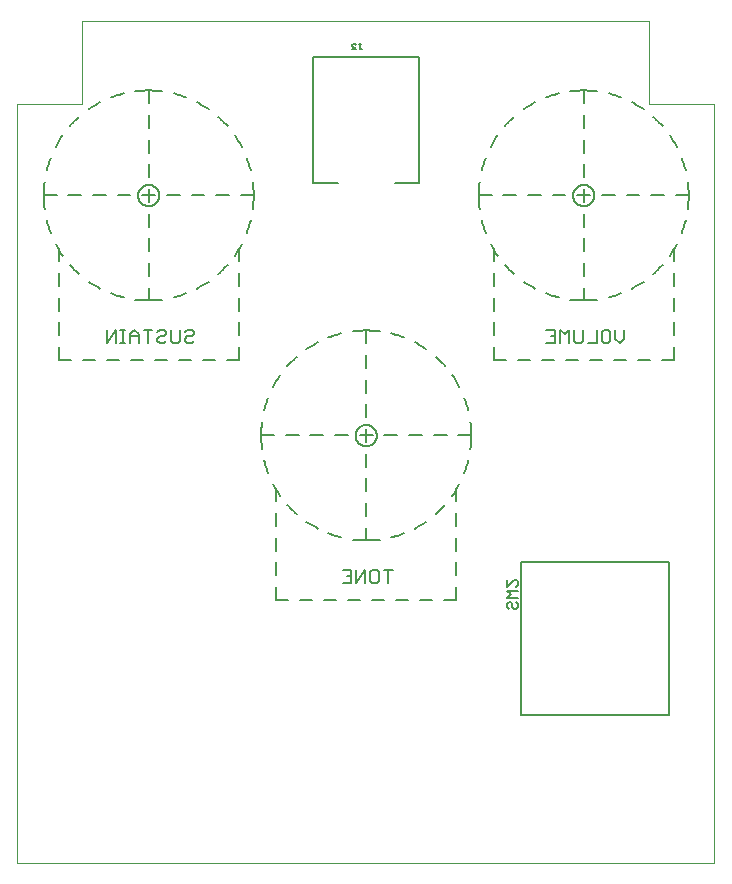
<source format=gbo>
G75*
%MOIN*%
%OFA0B0*%
%FSLAX25Y25*%
%IPPOS*%
%LPD*%
%AMOC8*
5,1,8,0,0,1.08239X$1,22.5*
%
%ADD10C,0.00500*%
%ADD11C,0.00600*%
%ADD12C,0.00000*%
%ADD13C,0.00800*%
D10*
X0091250Y0090498D02*
X0095305Y0090498D01*
X0091250Y0090498D02*
X0091250Y0094836D01*
X0091250Y0098773D02*
X0091250Y0103111D01*
X0091250Y0107048D02*
X0091250Y0111386D01*
X0091250Y0115323D02*
X0091250Y0119661D01*
X0091250Y0123598D02*
X0091250Y0127935D01*
X0090528Y0145435D02*
X0086250Y0145435D01*
X0094465Y0145435D02*
X0098743Y0145435D01*
X0102680Y0145435D02*
X0106959Y0145435D01*
X0110896Y0145435D02*
X0115174Y0145435D01*
X0119111Y0145435D02*
X0123389Y0145435D01*
X0155243Y0153771D02*
X0155057Y0154494D01*
X0154857Y0155213D01*
X0154640Y0155928D01*
X0154409Y0156638D01*
X0154163Y0157343D01*
X0153901Y0158042D01*
X0163750Y0170498D02*
X0167805Y0170498D01*
X0171742Y0170498D02*
X0175797Y0170498D01*
X0179734Y0170498D02*
X0183789Y0170498D01*
X0187726Y0170498D02*
X0191781Y0170498D01*
X0195719Y0170498D02*
X0199774Y0170498D01*
X0203711Y0170498D02*
X0207766Y0170498D01*
X0211703Y0170498D02*
X0215758Y0170498D01*
X0219695Y0170498D02*
X0223750Y0170498D01*
X0223750Y0174836D01*
X0223750Y0178773D02*
X0223750Y0183111D01*
X0223750Y0187048D02*
X0223750Y0191386D01*
X0223750Y0195323D02*
X0223750Y0199661D01*
X0223750Y0203598D02*
X0223750Y0207935D01*
X0224472Y0225435D02*
X0228750Y0225435D01*
X0220535Y0225435D02*
X0216257Y0225435D01*
X0212320Y0225435D02*
X0208041Y0225435D01*
X0204104Y0225435D02*
X0199826Y0225435D01*
X0195889Y0225435D02*
X0191611Y0225435D01*
X0159757Y0233771D02*
X0159943Y0234494D01*
X0160143Y0235213D01*
X0160360Y0235928D01*
X0160591Y0236638D01*
X0160837Y0237343D01*
X0161099Y0238042D01*
X0163028Y0225435D02*
X0158750Y0225435D01*
X0166965Y0225435D02*
X0171243Y0225435D01*
X0175180Y0225435D02*
X0179459Y0225435D01*
X0183396Y0225435D02*
X0187674Y0225435D01*
X0167469Y0248551D02*
X0167968Y0249107D01*
X0168479Y0249651D01*
X0169001Y0250185D01*
X0169535Y0250707D01*
X0170079Y0251218D01*
X0170635Y0251717D01*
X0193750Y0252220D02*
X0193750Y0247942D01*
X0193750Y0244005D02*
X0193750Y0239727D01*
X0193750Y0235790D02*
X0193750Y0231512D01*
X0193750Y0227575D02*
X0193750Y0223296D01*
X0185414Y0191442D02*
X0184691Y0191628D01*
X0183972Y0191829D01*
X0183258Y0192045D01*
X0182548Y0192276D01*
X0181843Y0192523D01*
X0181144Y0192784D01*
X0193750Y0194714D02*
X0193750Y0190435D01*
X0193750Y0198651D02*
X0193750Y0202929D01*
X0193750Y0206866D02*
X0193750Y0211144D01*
X0193750Y0215081D02*
X0193750Y0219359D01*
X0202086Y0191442D02*
X0202809Y0191628D01*
X0203528Y0191829D01*
X0204242Y0192045D01*
X0204952Y0192276D01*
X0205657Y0192523D01*
X0206356Y0192784D01*
X0165041Y0205416D02*
X0164620Y0206033D01*
X0164213Y0206658D01*
X0163819Y0207292D01*
X0163439Y0207935D01*
X0163073Y0208585D01*
X0162720Y0209244D01*
X0163750Y0207935D02*
X0163750Y0203598D01*
X0163750Y0199661D02*
X0163750Y0195323D01*
X0163750Y0191386D02*
X0163750Y0187048D01*
X0163750Y0183111D02*
X0163750Y0178773D01*
X0163750Y0174836D02*
X0163750Y0170498D01*
X0156250Y0145435D02*
X0151972Y0145435D01*
X0148035Y0145435D02*
X0143757Y0145435D01*
X0139820Y0145435D02*
X0135541Y0145435D01*
X0131604Y0145435D02*
X0127326Y0145435D01*
X0147531Y0168551D02*
X0147032Y0169107D01*
X0146521Y0169651D01*
X0145999Y0170185D01*
X0145465Y0170707D01*
X0144921Y0171218D01*
X0144365Y0171717D01*
X0121250Y0172220D02*
X0121250Y0167942D01*
X0121250Y0164005D02*
X0121250Y0159727D01*
X0121250Y0155790D02*
X0121250Y0151512D01*
X0121250Y0147575D02*
X0121250Y0143296D01*
X0112914Y0111442D02*
X0112191Y0111628D01*
X0111472Y0111829D01*
X0110758Y0112045D01*
X0110048Y0112276D01*
X0109343Y0112523D01*
X0108644Y0112784D01*
X0121250Y0114714D02*
X0121250Y0110435D01*
X0121250Y0118651D02*
X0121250Y0122929D01*
X0121250Y0126866D02*
X0121250Y0131144D01*
X0121250Y0135081D02*
X0121250Y0139359D01*
X0129586Y0111442D02*
X0130309Y0111628D01*
X0131028Y0111829D01*
X0131742Y0112045D01*
X0132452Y0112276D01*
X0133157Y0112523D01*
X0133856Y0112784D01*
X0135266Y0090498D02*
X0131211Y0090498D01*
X0127274Y0090498D02*
X0123219Y0090498D01*
X0119281Y0090498D02*
X0115226Y0090498D01*
X0111289Y0090498D02*
X0107234Y0090498D01*
X0103297Y0090498D02*
X0099242Y0090498D01*
X0139203Y0090498D02*
X0143258Y0090498D01*
X0147195Y0090498D02*
X0151250Y0090498D01*
X0151250Y0094836D01*
X0151250Y0098773D02*
X0151250Y0103111D01*
X0151250Y0107048D02*
X0151250Y0111386D01*
X0151250Y0115323D02*
X0151250Y0119661D01*
X0151250Y0123598D02*
X0151250Y0127935D01*
X0172872Y0103119D02*
X0222085Y0103119D01*
X0222085Y0052187D01*
X0172872Y0052187D01*
X0172872Y0103119D01*
X0171169Y0097362D02*
X0171753Y0096778D01*
X0171753Y0095611D01*
X0171169Y0095027D01*
X0171753Y0093679D02*
X0168250Y0093679D01*
X0169418Y0092512D01*
X0168250Y0091344D01*
X0171753Y0091344D01*
X0171169Y0089996D02*
X0171753Y0089412D01*
X0171753Y0088245D01*
X0171169Y0087661D01*
X0170585Y0087661D01*
X0170001Y0088245D01*
X0170001Y0089412D01*
X0169418Y0089996D01*
X0168834Y0089996D01*
X0168250Y0089412D01*
X0168250Y0088245D01*
X0168834Y0087661D01*
X0168250Y0095027D02*
X0170585Y0097362D01*
X0171169Y0097362D01*
X0168250Y0097362D02*
X0168250Y0095027D01*
X0092541Y0125416D02*
X0092120Y0126033D01*
X0091713Y0126658D01*
X0091319Y0127292D01*
X0090939Y0127935D01*
X0090573Y0128585D01*
X0090220Y0129244D01*
X0087257Y0153771D02*
X0087443Y0154494D01*
X0087643Y0155213D01*
X0087860Y0155928D01*
X0088091Y0156638D01*
X0088337Y0157343D01*
X0088599Y0158042D01*
X0078750Y0170498D02*
X0074695Y0170498D01*
X0078750Y0170498D02*
X0078750Y0174836D01*
X0078750Y0178773D02*
X0078750Y0183111D01*
X0078750Y0187048D02*
X0078750Y0191386D01*
X0078750Y0195323D02*
X0078750Y0199661D01*
X0078750Y0203598D02*
X0078750Y0207935D01*
X0079472Y0225435D02*
X0083750Y0225435D01*
X0075535Y0225435D02*
X0071257Y0225435D01*
X0067320Y0225435D02*
X0063041Y0225435D01*
X0059104Y0225435D02*
X0054826Y0225435D01*
X0050889Y0225435D02*
X0046611Y0225435D01*
X0014757Y0233771D02*
X0014943Y0234494D01*
X0015143Y0235213D01*
X0015360Y0235928D01*
X0015591Y0236638D01*
X0015837Y0237343D01*
X0016099Y0238042D01*
X0018028Y0225435D02*
X0013750Y0225435D01*
X0021965Y0225435D02*
X0026243Y0225435D01*
X0030180Y0225435D02*
X0034459Y0225435D01*
X0038396Y0225435D02*
X0042674Y0225435D01*
X0022469Y0248551D02*
X0022968Y0249107D01*
X0023479Y0249651D01*
X0024001Y0250185D01*
X0024535Y0250707D01*
X0025079Y0251218D01*
X0025635Y0251717D01*
X0048750Y0252220D02*
X0048750Y0247942D01*
X0048750Y0244005D02*
X0048750Y0239727D01*
X0048750Y0235790D02*
X0048750Y0231512D01*
X0048750Y0227575D02*
X0048750Y0223296D01*
X0040414Y0191442D02*
X0039691Y0191628D01*
X0038972Y0191829D01*
X0038258Y0192045D01*
X0037548Y0192276D01*
X0036843Y0192523D01*
X0036144Y0192784D01*
X0048750Y0194714D02*
X0048750Y0190435D01*
X0048750Y0198651D02*
X0048750Y0202929D01*
X0048750Y0206866D02*
X0048750Y0211144D01*
X0048750Y0215081D02*
X0048750Y0219359D01*
X0057086Y0191442D02*
X0057809Y0191628D01*
X0058528Y0191829D01*
X0059242Y0192045D01*
X0059952Y0192276D01*
X0060657Y0192523D01*
X0061356Y0192784D01*
X0062766Y0170498D02*
X0058711Y0170498D01*
X0054774Y0170498D02*
X0050719Y0170498D01*
X0046781Y0170498D02*
X0042726Y0170498D01*
X0038789Y0170498D02*
X0034734Y0170498D01*
X0030797Y0170498D02*
X0026742Y0170498D01*
X0022805Y0170498D02*
X0018750Y0170498D01*
X0018750Y0174836D01*
X0018750Y0178773D02*
X0018750Y0183111D01*
X0018750Y0187048D02*
X0018750Y0191386D01*
X0018750Y0195323D02*
X0018750Y0199661D01*
X0018750Y0203598D02*
X0018750Y0207935D01*
X0017720Y0241627D02*
X0018073Y0242285D01*
X0018439Y0242936D01*
X0018819Y0243578D01*
X0019213Y0244213D01*
X0019620Y0244838D01*
X0020041Y0245455D01*
X0048750Y0256157D02*
X0048750Y0260435D01*
X0057085Y0259429D02*
X0057808Y0259243D01*
X0058527Y0259043D01*
X0059242Y0258826D01*
X0059952Y0258595D01*
X0060657Y0258349D01*
X0061356Y0258087D01*
X0071865Y0251717D02*
X0072421Y0251218D01*
X0072965Y0250707D01*
X0073499Y0250185D01*
X0074021Y0249651D01*
X0074532Y0249107D01*
X0075031Y0248551D01*
X0081401Y0238042D02*
X0081663Y0237343D01*
X0081909Y0236638D01*
X0082140Y0235928D01*
X0082357Y0235213D01*
X0082557Y0234494D01*
X0082743Y0233771D01*
X0083464Y0229903D02*
X0083551Y0229161D01*
X0083623Y0228418D01*
X0083678Y0227674D01*
X0083718Y0226928D01*
X0083742Y0226182D01*
X0083750Y0225436D01*
X0079780Y0241627D02*
X0079427Y0242285D01*
X0079061Y0242936D01*
X0078681Y0243578D01*
X0078287Y0244213D01*
X0077880Y0244838D01*
X0077459Y0245455D01*
X0053217Y0260150D02*
X0052475Y0260237D01*
X0051732Y0260309D01*
X0050988Y0260364D01*
X0050242Y0260404D01*
X0049496Y0260428D01*
X0048750Y0260436D01*
X0040415Y0259429D02*
X0039692Y0259243D01*
X0038973Y0259043D01*
X0038258Y0258826D01*
X0037548Y0258595D01*
X0036843Y0258349D01*
X0036144Y0258087D01*
X0044283Y0260150D02*
X0045025Y0260237D01*
X0045768Y0260309D01*
X0046512Y0260364D01*
X0047258Y0260404D01*
X0048004Y0260428D01*
X0048750Y0260436D01*
X0064941Y0256466D02*
X0065599Y0256113D01*
X0066250Y0255747D01*
X0066892Y0255367D01*
X0067527Y0254973D01*
X0068152Y0254566D01*
X0068769Y0254145D01*
X0032559Y0256466D02*
X0031901Y0256113D01*
X0031250Y0255747D01*
X0030608Y0255367D01*
X0029973Y0254973D01*
X0029348Y0254566D01*
X0028731Y0254145D01*
X0014036Y0229903D02*
X0013949Y0229161D01*
X0013877Y0228418D01*
X0013822Y0227674D01*
X0013782Y0226928D01*
X0013758Y0226182D01*
X0013750Y0225436D01*
X0048750Y0190435D02*
X0049497Y0190443D01*
X0050243Y0190467D01*
X0050988Y0190507D01*
X0051733Y0190562D01*
X0052476Y0190634D01*
X0053217Y0190721D01*
X0066703Y0170498D02*
X0070758Y0170498D01*
X0020041Y0205416D02*
X0019620Y0206033D01*
X0019213Y0206658D01*
X0018819Y0207292D01*
X0018439Y0207935D01*
X0018073Y0208585D01*
X0017720Y0209244D01*
X0077459Y0205416D02*
X0077880Y0206033D01*
X0078287Y0206658D01*
X0078681Y0207292D01*
X0079061Y0207935D01*
X0079427Y0208585D01*
X0079780Y0209244D01*
X0048750Y0190435D02*
X0048003Y0190443D01*
X0047257Y0190467D01*
X0046512Y0190507D01*
X0045767Y0190562D01*
X0045024Y0190634D01*
X0044283Y0190721D01*
X0025635Y0199154D02*
X0025079Y0199653D01*
X0024535Y0200164D01*
X0024001Y0200686D01*
X0023479Y0201220D01*
X0022968Y0201764D01*
X0022469Y0202320D01*
X0071865Y0199154D02*
X0072421Y0199653D01*
X0072965Y0200164D01*
X0073499Y0200686D01*
X0074021Y0201220D01*
X0074532Y0201764D01*
X0075031Y0202320D01*
X0045215Y0225435D02*
X0045217Y0225554D01*
X0045223Y0225672D01*
X0045233Y0225791D01*
X0045247Y0225909D01*
X0045265Y0226026D01*
X0045287Y0226143D01*
X0045312Y0226259D01*
X0045342Y0226374D01*
X0045375Y0226488D01*
X0045413Y0226601D01*
X0045454Y0226712D01*
X0045498Y0226822D01*
X0045547Y0226930D01*
X0045599Y0227037D01*
X0045655Y0227142D01*
X0045714Y0227245D01*
X0045776Y0227346D01*
X0045842Y0227445D01*
X0045911Y0227542D01*
X0045984Y0227636D01*
X0046059Y0227727D01*
X0046138Y0227817D01*
X0046219Y0227903D01*
X0046303Y0227987D01*
X0046391Y0228067D01*
X0046480Y0228145D01*
X0046573Y0228220D01*
X0046667Y0228291D01*
X0046765Y0228360D01*
X0046864Y0228425D01*
X0046965Y0228486D01*
X0047069Y0228545D01*
X0047174Y0228599D01*
X0047282Y0228651D01*
X0047390Y0228698D01*
X0047501Y0228742D01*
X0047613Y0228782D01*
X0047726Y0228818D01*
X0047840Y0228851D01*
X0047955Y0228879D01*
X0048071Y0228904D01*
X0048188Y0228925D01*
X0048306Y0228942D01*
X0048424Y0228955D01*
X0048542Y0228964D01*
X0048661Y0228969D01*
X0048780Y0228970D01*
X0048898Y0228967D01*
X0049017Y0228960D01*
X0049135Y0228949D01*
X0049253Y0228934D01*
X0049370Y0228915D01*
X0049487Y0228892D01*
X0049603Y0228866D01*
X0049717Y0228835D01*
X0049831Y0228801D01*
X0049944Y0228762D01*
X0050055Y0228720D01*
X0050164Y0228675D01*
X0050272Y0228625D01*
X0050379Y0228572D01*
X0050483Y0228516D01*
X0050586Y0228456D01*
X0050686Y0228393D01*
X0050784Y0228326D01*
X0050880Y0228256D01*
X0050974Y0228183D01*
X0051065Y0228107D01*
X0051153Y0228027D01*
X0051239Y0227945D01*
X0051322Y0227860D01*
X0051402Y0227772D01*
X0051479Y0227682D01*
X0051553Y0227589D01*
X0051624Y0227494D01*
X0051691Y0227396D01*
X0051756Y0227296D01*
X0051816Y0227194D01*
X0051874Y0227090D01*
X0051928Y0226984D01*
X0051978Y0226876D01*
X0052024Y0226767D01*
X0052067Y0226656D01*
X0052106Y0226544D01*
X0052142Y0226431D01*
X0052173Y0226316D01*
X0052201Y0226201D01*
X0052225Y0226085D01*
X0052245Y0225967D01*
X0052261Y0225850D01*
X0052273Y0225732D01*
X0052281Y0225613D01*
X0052285Y0225494D01*
X0052285Y0225376D01*
X0052281Y0225257D01*
X0052273Y0225138D01*
X0052261Y0225020D01*
X0052245Y0224903D01*
X0052225Y0224785D01*
X0052201Y0224669D01*
X0052173Y0224554D01*
X0052142Y0224439D01*
X0052106Y0224326D01*
X0052067Y0224214D01*
X0052024Y0224103D01*
X0051978Y0223994D01*
X0051928Y0223886D01*
X0051874Y0223780D01*
X0051816Y0223676D01*
X0051756Y0223574D01*
X0051691Y0223474D01*
X0051624Y0223376D01*
X0051553Y0223281D01*
X0051479Y0223188D01*
X0051402Y0223098D01*
X0051322Y0223010D01*
X0051239Y0222925D01*
X0051153Y0222843D01*
X0051065Y0222763D01*
X0050974Y0222687D01*
X0050880Y0222614D01*
X0050784Y0222544D01*
X0050686Y0222477D01*
X0050586Y0222414D01*
X0050483Y0222354D01*
X0050379Y0222298D01*
X0050272Y0222245D01*
X0050164Y0222195D01*
X0050055Y0222150D01*
X0049944Y0222108D01*
X0049831Y0222069D01*
X0049717Y0222035D01*
X0049603Y0222004D01*
X0049487Y0221978D01*
X0049370Y0221955D01*
X0049253Y0221936D01*
X0049135Y0221921D01*
X0049017Y0221910D01*
X0048898Y0221903D01*
X0048780Y0221900D01*
X0048661Y0221901D01*
X0048542Y0221906D01*
X0048424Y0221915D01*
X0048306Y0221928D01*
X0048188Y0221945D01*
X0048071Y0221966D01*
X0047955Y0221991D01*
X0047840Y0222019D01*
X0047726Y0222052D01*
X0047613Y0222088D01*
X0047501Y0222128D01*
X0047390Y0222172D01*
X0047282Y0222219D01*
X0047174Y0222271D01*
X0047069Y0222325D01*
X0046965Y0222384D01*
X0046864Y0222445D01*
X0046765Y0222510D01*
X0046667Y0222579D01*
X0046573Y0222650D01*
X0046480Y0222725D01*
X0046391Y0222803D01*
X0046303Y0222883D01*
X0046219Y0222967D01*
X0046138Y0223053D01*
X0046059Y0223143D01*
X0045984Y0223234D01*
X0045911Y0223328D01*
X0045842Y0223425D01*
X0045776Y0223524D01*
X0045714Y0223625D01*
X0045655Y0223728D01*
X0045599Y0223833D01*
X0045547Y0223940D01*
X0045498Y0224048D01*
X0045454Y0224158D01*
X0045413Y0224269D01*
X0045375Y0224382D01*
X0045342Y0224496D01*
X0045312Y0224611D01*
X0045287Y0224727D01*
X0045265Y0224844D01*
X0045247Y0224961D01*
X0045233Y0225079D01*
X0045223Y0225198D01*
X0045217Y0225316D01*
X0045215Y0225435D01*
X0014757Y0217099D02*
X0014943Y0216376D01*
X0015144Y0215657D01*
X0015360Y0214943D01*
X0015591Y0214233D01*
X0015838Y0213528D01*
X0016099Y0212829D01*
X0083464Y0220968D02*
X0083551Y0221709D01*
X0083623Y0222452D01*
X0083678Y0223197D01*
X0083718Y0223942D01*
X0083742Y0224688D01*
X0083750Y0225435D01*
X0014036Y0220968D02*
X0013949Y0221709D01*
X0013877Y0222452D01*
X0013822Y0223197D01*
X0013782Y0223942D01*
X0013758Y0224688D01*
X0013750Y0225435D01*
X0064941Y0194405D02*
X0065600Y0194758D01*
X0066250Y0195124D01*
X0066893Y0195504D01*
X0067527Y0195898D01*
X0068152Y0196305D01*
X0068769Y0196726D01*
X0032559Y0194405D02*
X0031900Y0194758D01*
X0031250Y0195124D01*
X0030607Y0195504D01*
X0029973Y0195898D01*
X0029348Y0196305D01*
X0028731Y0196726D01*
X0081401Y0212829D02*
X0081662Y0213528D01*
X0081909Y0214233D01*
X0082140Y0214943D01*
X0082356Y0215657D01*
X0082557Y0216376D01*
X0082743Y0217099D01*
X0121250Y0180435D02*
X0121250Y0176157D01*
X0129585Y0179429D02*
X0130308Y0179243D01*
X0131027Y0179043D01*
X0131742Y0178826D01*
X0132452Y0178595D01*
X0133157Y0178349D01*
X0133856Y0178087D01*
X0155964Y0149903D02*
X0156051Y0149161D01*
X0156123Y0148418D01*
X0156178Y0147674D01*
X0156218Y0146928D01*
X0156242Y0146182D01*
X0156250Y0145436D01*
X0152280Y0161627D02*
X0151927Y0162285D01*
X0151561Y0162936D01*
X0151181Y0163578D01*
X0150787Y0164213D01*
X0150380Y0164838D01*
X0149959Y0165455D01*
X0125717Y0180150D02*
X0124975Y0180237D01*
X0124232Y0180309D01*
X0123488Y0180364D01*
X0122742Y0180404D01*
X0121996Y0180428D01*
X0121250Y0180436D01*
X0112915Y0179429D02*
X0112192Y0179243D01*
X0111473Y0179043D01*
X0110758Y0178826D01*
X0110048Y0178595D01*
X0109343Y0178349D01*
X0108644Y0178087D01*
X0098135Y0171717D02*
X0097579Y0171218D01*
X0097035Y0170707D01*
X0096501Y0170185D01*
X0095979Y0169651D01*
X0095468Y0169107D01*
X0094969Y0168551D01*
X0116783Y0180150D02*
X0117525Y0180237D01*
X0118268Y0180309D01*
X0119012Y0180364D01*
X0119758Y0180404D01*
X0120504Y0180428D01*
X0121250Y0180436D01*
X0137441Y0176466D02*
X0138099Y0176113D01*
X0138750Y0175747D01*
X0139392Y0175367D01*
X0140027Y0174973D01*
X0140652Y0174566D01*
X0141269Y0174145D01*
X0105059Y0176466D02*
X0104401Y0176113D01*
X0103750Y0175747D01*
X0103108Y0175367D01*
X0102473Y0174973D01*
X0101848Y0174566D01*
X0101231Y0174145D01*
X0086536Y0149903D02*
X0086449Y0149161D01*
X0086377Y0148418D01*
X0086322Y0147674D01*
X0086282Y0146928D01*
X0086258Y0146182D01*
X0086250Y0145436D01*
X0090220Y0161627D02*
X0090573Y0162285D01*
X0090939Y0162936D01*
X0091319Y0163578D01*
X0091713Y0164213D01*
X0092120Y0164838D01*
X0092541Y0165455D01*
X0087257Y0137099D02*
X0087443Y0136376D01*
X0087644Y0135657D01*
X0087860Y0134943D01*
X0088091Y0134233D01*
X0088338Y0133528D01*
X0088599Y0132829D01*
X0121250Y0110435D02*
X0121997Y0110443D01*
X0122743Y0110467D01*
X0123488Y0110507D01*
X0124233Y0110562D01*
X0124976Y0110634D01*
X0125717Y0110721D01*
X0098135Y0119154D02*
X0097579Y0119653D01*
X0097035Y0120164D01*
X0096501Y0120686D01*
X0095979Y0121220D01*
X0095468Y0121764D01*
X0094969Y0122320D01*
X0149959Y0125416D02*
X0150380Y0126033D01*
X0150787Y0126658D01*
X0151181Y0127292D01*
X0151561Y0127935D01*
X0151927Y0128585D01*
X0152280Y0129244D01*
X0121250Y0110435D02*
X0120503Y0110443D01*
X0119757Y0110467D01*
X0119012Y0110507D01*
X0118267Y0110562D01*
X0117524Y0110634D01*
X0116783Y0110721D01*
X0144365Y0119154D02*
X0144921Y0119653D01*
X0145465Y0120164D01*
X0145999Y0120686D01*
X0146521Y0121220D01*
X0147032Y0121764D01*
X0147531Y0122320D01*
X0117715Y0145435D02*
X0117717Y0145554D01*
X0117723Y0145672D01*
X0117733Y0145791D01*
X0117747Y0145909D01*
X0117765Y0146026D01*
X0117787Y0146143D01*
X0117812Y0146259D01*
X0117842Y0146374D01*
X0117875Y0146488D01*
X0117913Y0146601D01*
X0117954Y0146712D01*
X0117998Y0146822D01*
X0118047Y0146930D01*
X0118099Y0147037D01*
X0118155Y0147142D01*
X0118214Y0147245D01*
X0118276Y0147346D01*
X0118342Y0147445D01*
X0118411Y0147542D01*
X0118484Y0147636D01*
X0118559Y0147727D01*
X0118638Y0147817D01*
X0118719Y0147903D01*
X0118803Y0147987D01*
X0118891Y0148067D01*
X0118980Y0148145D01*
X0119073Y0148220D01*
X0119167Y0148291D01*
X0119265Y0148360D01*
X0119364Y0148425D01*
X0119465Y0148486D01*
X0119569Y0148545D01*
X0119674Y0148599D01*
X0119782Y0148651D01*
X0119890Y0148698D01*
X0120001Y0148742D01*
X0120113Y0148782D01*
X0120226Y0148818D01*
X0120340Y0148851D01*
X0120455Y0148879D01*
X0120571Y0148904D01*
X0120688Y0148925D01*
X0120806Y0148942D01*
X0120924Y0148955D01*
X0121042Y0148964D01*
X0121161Y0148969D01*
X0121280Y0148970D01*
X0121398Y0148967D01*
X0121517Y0148960D01*
X0121635Y0148949D01*
X0121753Y0148934D01*
X0121870Y0148915D01*
X0121987Y0148892D01*
X0122103Y0148866D01*
X0122217Y0148835D01*
X0122331Y0148801D01*
X0122444Y0148762D01*
X0122555Y0148720D01*
X0122664Y0148675D01*
X0122772Y0148625D01*
X0122879Y0148572D01*
X0122983Y0148516D01*
X0123086Y0148456D01*
X0123186Y0148393D01*
X0123284Y0148326D01*
X0123380Y0148256D01*
X0123474Y0148183D01*
X0123565Y0148107D01*
X0123653Y0148027D01*
X0123739Y0147945D01*
X0123822Y0147860D01*
X0123902Y0147772D01*
X0123979Y0147682D01*
X0124053Y0147589D01*
X0124124Y0147494D01*
X0124191Y0147396D01*
X0124256Y0147296D01*
X0124316Y0147194D01*
X0124374Y0147090D01*
X0124428Y0146984D01*
X0124478Y0146876D01*
X0124524Y0146767D01*
X0124567Y0146656D01*
X0124606Y0146544D01*
X0124642Y0146431D01*
X0124673Y0146316D01*
X0124701Y0146201D01*
X0124725Y0146085D01*
X0124745Y0145967D01*
X0124761Y0145850D01*
X0124773Y0145732D01*
X0124781Y0145613D01*
X0124785Y0145494D01*
X0124785Y0145376D01*
X0124781Y0145257D01*
X0124773Y0145138D01*
X0124761Y0145020D01*
X0124745Y0144903D01*
X0124725Y0144785D01*
X0124701Y0144669D01*
X0124673Y0144554D01*
X0124642Y0144439D01*
X0124606Y0144326D01*
X0124567Y0144214D01*
X0124524Y0144103D01*
X0124478Y0143994D01*
X0124428Y0143886D01*
X0124374Y0143780D01*
X0124316Y0143676D01*
X0124256Y0143574D01*
X0124191Y0143474D01*
X0124124Y0143376D01*
X0124053Y0143281D01*
X0123979Y0143188D01*
X0123902Y0143098D01*
X0123822Y0143010D01*
X0123739Y0142925D01*
X0123653Y0142843D01*
X0123565Y0142763D01*
X0123474Y0142687D01*
X0123380Y0142614D01*
X0123284Y0142544D01*
X0123186Y0142477D01*
X0123086Y0142414D01*
X0122983Y0142354D01*
X0122879Y0142298D01*
X0122772Y0142245D01*
X0122664Y0142195D01*
X0122555Y0142150D01*
X0122444Y0142108D01*
X0122331Y0142069D01*
X0122217Y0142035D01*
X0122103Y0142004D01*
X0121987Y0141978D01*
X0121870Y0141955D01*
X0121753Y0141936D01*
X0121635Y0141921D01*
X0121517Y0141910D01*
X0121398Y0141903D01*
X0121280Y0141900D01*
X0121161Y0141901D01*
X0121042Y0141906D01*
X0120924Y0141915D01*
X0120806Y0141928D01*
X0120688Y0141945D01*
X0120571Y0141966D01*
X0120455Y0141991D01*
X0120340Y0142019D01*
X0120226Y0142052D01*
X0120113Y0142088D01*
X0120001Y0142128D01*
X0119890Y0142172D01*
X0119782Y0142219D01*
X0119674Y0142271D01*
X0119569Y0142325D01*
X0119465Y0142384D01*
X0119364Y0142445D01*
X0119265Y0142510D01*
X0119167Y0142579D01*
X0119073Y0142650D01*
X0118980Y0142725D01*
X0118891Y0142803D01*
X0118803Y0142883D01*
X0118719Y0142967D01*
X0118638Y0143053D01*
X0118559Y0143143D01*
X0118484Y0143234D01*
X0118411Y0143328D01*
X0118342Y0143425D01*
X0118276Y0143524D01*
X0118214Y0143625D01*
X0118155Y0143728D01*
X0118099Y0143833D01*
X0118047Y0143940D01*
X0117998Y0144048D01*
X0117954Y0144158D01*
X0117913Y0144269D01*
X0117875Y0144382D01*
X0117842Y0144496D01*
X0117812Y0144611D01*
X0117787Y0144727D01*
X0117765Y0144844D01*
X0117747Y0144961D01*
X0117733Y0145079D01*
X0117723Y0145198D01*
X0117717Y0145316D01*
X0117715Y0145435D01*
X0155964Y0140968D02*
X0156051Y0141709D01*
X0156123Y0142452D01*
X0156178Y0143197D01*
X0156218Y0143942D01*
X0156242Y0144688D01*
X0156250Y0145435D01*
X0086536Y0140968D02*
X0086449Y0141709D01*
X0086377Y0142452D01*
X0086322Y0143197D01*
X0086282Y0143942D01*
X0086258Y0144688D01*
X0086250Y0145435D01*
X0137441Y0114405D02*
X0138100Y0114758D01*
X0138750Y0115124D01*
X0139393Y0115504D01*
X0140027Y0115898D01*
X0140652Y0116305D01*
X0141269Y0116726D01*
X0105059Y0114405D02*
X0104400Y0114758D01*
X0103750Y0115124D01*
X0103107Y0115504D01*
X0102473Y0115898D01*
X0101848Y0116305D01*
X0101231Y0116726D01*
X0153901Y0132829D02*
X0154162Y0133528D01*
X0154409Y0134233D01*
X0154640Y0134943D01*
X0154856Y0135657D01*
X0155057Y0136376D01*
X0155243Y0137099D01*
X0216865Y0199154D02*
X0217421Y0199653D01*
X0217965Y0200164D01*
X0218499Y0200686D01*
X0219021Y0201220D01*
X0219532Y0201764D01*
X0220031Y0202320D01*
X0227743Y0233771D02*
X0227557Y0234494D01*
X0227357Y0235213D01*
X0227140Y0235928D01*
X0226909Y0236638D01*
X0226663Y0237343D01*
X0226401Y0238042D01*
X0220031Y0248551D02*
X0219532Y0249107D01*
X0219021Y0249651D01*
X0218499Y0250185D01*
X0217965Y0250707D01*
X0217421Y0251218D01*
X0216865Y0251717D01*
X0193750Y0256157D02*
X0193750Y0260435D01*
X0202085Y0259429D02*
X0202808Y0259243D01*
X0203527Y0259043D01*
X0204242Y0258826D01*
X0204952Y0258595D01*
X0205657Y0258349D01*
X0206356Y0258087D01*
X0228464Y0229903D02*
X0228551Y0229161D01*
X0228623Y0228418D01*
X0228678Y0227674D01*
X0228718Y0226928D01*
X0228742Y0226182D01*
X0228750Y0225436D01*
X0224780Y0241627D02*
X0224427Y0242285D01*
X0224061Y0242936D01*
X0223681Y0243578D01*
X0223287Y0244213D01*
X0222880Y0244838D01*
X0222459Y0245455D01*
X0198217Y0260150D02*
X0197475Y0260237D01*
X0196732Y0260309D01*
X0195988Y0260364D01*
X0195242Y0260404D01*
X0194496Y0260428D01*
X0193750Y0260436D01*
X0185415Y0259429D02*
X0184692Y0259243D01*
X0183973Y0259043D01*
X0183258Y0258826D01*
X0182548Y0258595D01*
X0181843Y0258349D01*
X0181144Y0258087D01*
X0189283Y0260150D02*
X0190025Y0260237D01*
X0190768Y0260309D01*
X0191512Y0260364D01*
X0192258Y0260404D01*
X0193004Y0260428D01*
X0193750Y0260436D01*
X0209941Y0256466D02*
X0210599Y0256113D01*
X0211250Y0255747D01*
X0211892Y0255367D01*
X0212527Y0254973D01*
X0213152Y0254566D01*
X0213769Y0254145D01*
X0177559Y0256466D02*
X0176901Y0256113D01*
X0176250Y0255747D01*
X0175608Y0255367D01*
X0174973Y0254973D01*
X0174348Y0254566D01*
X0173731Y0254145D01*
X0159036Y0229903D02*
X0158949Y0229161D01*
X0158877Y0228418D01*
X0158822Y0227674D01*
X0158782Y0226928D01*
X0158758Y0226182D01*
X0158750Y0225436D01*
X0162720Y0241627D02*
X0163073Y0242285D01*
X0163439Y0242936D01*
X0163819Y0243578D01*
X0164213Y0244213D01*
X0164620Y0244838D01*
X0165041Y0245455D01*
X0159757Y0217099D02*
X0159943Y0216376D01*
X0160144Y0215657D01*
X0160360Y0214943D01*
X0160591Y0214233D01*
X0160838Y0213528D01*
X0161099Y0212829D01*
X0193750Y0190435D02*
X0194497Y0190443D01*
X0195243Y0190467D01*
X0195988Y0190507D01*
X0196733Y0190562D01*
X0197476Y0190634D01*
X0198217Y0190721D01*
X0170635Y0199154D02*
X0170079Y0199653D01*
X0169535Y0200164D01*
X0169001Y0200686D01*
X0168479Y0201220D01*
X0167968Y0201764D01*
X0167469Y0202320D01*
X0222459Y0205416D02*
X0222880Y0206033D01*
X0223287Y0206658D01*
X0223681Y0207292D01*
X0224061Y0207935D01*
X0224427Y0208585D01*
X0224780Y0209244D01*
X0193750Y0190435D02*
X0193003Y0190443D01*
X0192257Y0190467D01*
X0191512Y0190507D01*
X0190767Y0190562D01*
X0190024Y0190634D01*
X0189283Y0190721D01*
X0190215Y0225435D02*
X0190217Y0225554D01*
X0190223Y0225672D01*
X0190233Y0225791D01*
X0190247Y0225909D01*
X0190265Y0226026D01*
X0190287Y0226143D01*
X0190312Y0226259D01*
X0190342Y0226374D01*
X0190375Y0226488D01*
X0190413Y0226601D01*
X0190454Y0226712D01*
X0190498Y0226822D01*
X0190547Y0226930D01*
X0190599Y0227037D01*
X0190655Y0227142D01*
X0190714Y0227245D01*
X0190776Y0227346D01*
X0190842Y0227445D01*
X0190911Y0227542D01*
X0190984Y0227636D01*
X0191059Y0227727D01*
X0191138Y0227817D01*
X0191219Y0227903D01*
X0191303Y0227987D01*
X0191391Y0228067D01*
X0191480Y0228145D01*
X0191573Y0228220D01*
X0191667Y0228291D01*
X0191765Y0228360D01*
X0191864Y0228425D01*
X0191965Y0228486D01*
X0192069Y0228545D01*
X0192174Y0228599D01*
X0192282Y0228651D01*
X0192390Y0228698D01*
X0192501Y0228742D01*
X0192613Y0228782D01*
X0192726Y0228818D01*
X0192840Y0228851D01*
X0192955Y0228879D01*
X0193071Y0228904D01*
X0193188Y0228925D01*
X0193306Y0228942D01*
X0193424Y0228955D01*
X0193542Y0228964D01*
X0193661Y0228969D01*
X0193780Y0228970D01*
X0193898Y0228967D01*
X0194017Y0228960D01*
X0194135Y0228949D01*
X0194253Y0228934D01*
X0194370Y0228915D01*
X0194487Y0228892D01*
X0194603Y0228866D01*
X0194717Y0228835D01*
X0194831Y0228801D01*
X0194944Y0228762D01*
X0195055Y0228720D01*
X0195164Y0228675D01*
X0195272Y0228625D01*
X0195379Y0228572D01*
X0195483Y0228516D01*
X0195586Y0228456D01*
X0195686Y0228393D01*
X0195784Y0228326D01*
X0195880Y0228256D01*
X0195974Y0228183D01*
X0196065Y0228107D01*
X0196153Y0228027D01*
X0196239Y0227945D01*
X0196322Y0227860D01*
X0196402Y0227772D01*
X0196479Y0227682D01*
X0196553Y0227589D01*
X0196624Y0227494D01*
X0196691Y0227396D01*
X0196756Y0227296D01*
X0196816Y0227194D01*
X0196874Y0227090D01*
X0196928Y0226984D01*
X0196978Y0226876D01*
X0197024Y0226767D01*
X0197067Y0226656D01*
X0197106Y0226544D01*
X0197142Y0226431D01*
X0197173Y0226316D01*
X0197201Y0226201D01*
X0197225Y0226085D01*
X0197245Y0225967D01*
X0197261Y0225850D01*
X0197273Y0225732D01*
X0197281Y0225613D01*
X0197285Y0225494D01*
X0197285Y0225376D01*
X0197281Y0225257D01*
X0197273Y0225138D01*
X0197261Y0225020D01*
X0197245Y0224903D01*
X0197225Y0224785D01*
X0197201Y0224669D01*
X0197173Y0224554D01*
X0197142Y0224439D01*
X0197106Y0224326D01*
X0197067Y0224214D01*
X0197024Y0224103D01*
X0196978Y0223994D01*
X0196928Y0223886D01*
X0196874Y0223780D01*
X0196816Y0223676D01*
X0196756Y0223574D01*
X0196691Y0223474D01*
X0196624Y0223376D01*
X0196553Y0223281D01*
X0196479Y0223188D01*
X0196402Y0223098D01*
X0196322Y0223010D01*
X0196239Y0222925D01*
X0196153Y0222843D01*
X0196065Y0222763D01*
X0195974Y0222687D01*
X0195880Y0222614D01*
X0195784Y0222544D01*
X0195686Y0222477D01*
X0195586Y0222414D01*
X0195483Y0222354D01*
X0195379Y0222298D01*
X0195272Y0222245D01*
X0195164Y0222195D01*
X0195055Y0222150D01*
X0194944Y0222108D01*
X0194831Y0222069D01*
X0194717Y0222035D01*
X0194603Y0222004D01*
X0194487Y0221978D01*
X0194370Y0221955D01*
X0194253Y0221936D01*
X0194135Y0221921D01*
X0194017Y0221910D01*
X0193898Y0221903D01*
X0193780Y0221900D01*
X0193661Y0221901D01*
X0193542Y0221906D01*
X0193424Y0221915D01*
X0193306Y0221928D01*
X0193188Y0221945D01*
X0193071Y0221966D01*
X0192955Y0221991D01*
X0192840Y0222019D01*
X0192726Y0222052D01*
X0192613Y0222088D01*
X0192501Y0222128D01*
X0192390Y0222172D01*
X0192282Y0222219D01*
X0192174Y0222271D01*
X0192069Y0222325D01*
X0191965Y0222384D01*
X0191864Y0222445D01*
X0191765Y0222510D01*
X0191667Y0222579D01*
X0191573Y0222650D01*
X0191480Y0222725D01*
X0191391Y0222803D01*
X0191303Y0222883D01*
X0191219Y0222967D01*
X0191138Y0223053D01*
X0191059Y0223143D01*
X0190984Y0223234D01*
X0190911Y0223328D01*
X0190842Y0223425D01*
X0190776Y0223524D01*
X0190714Y0223625D01*
X0190655Y0223728D01*
X0190599Y0223833D01*
X0190547Y0223940D01*
X0190498Y0224048D01*
X0190454Y0224158D01*
X0190413Y0224269D01*
X0190375Y0224382D01*
X0190342Y0224496D01*
X0190312Y0224611D01*
X0190287Y0224727D01*
X0190265Y0224844D01*
X0190247Y0224961D01*
X0190233Y0225079D01*
X0190223Y0225198D01*
X0190217Y0225316D01*
X0190215Y0225435D01*
X0228464Y0220968D02*
X0228551Y0221709D01*
X0228623Y0222452D01*
X0228678Y0223197D01*
X0228718Y0223942D01*
X0228742Y0224688D01*
X0228750Y0225435D01*
X0159036Y0220968D02*
X0158949Y0221709D01*
X0158877Y0222452D01*
X0158822Y0223197D01*
X0158782Y0223942D01*
X0158758Y0224688D01*
X0158750Y0225435D01*
X0209941Y0194405D02*
X0210600Y0194758D01*
X0211250Y0195124D01*
X0211893Y0195504D01*
X0212527Y0195898D01*
X0213152Y0196305D01*
X0213769Y0196726D01*
X0177559Y0194405D02*
X0176900Y0194758D01*
X0176250Y0195124D01*
X0175607Y0195504D01*
X0174973Y0195898D01*
X0174348Y0196305D01*
X0173731Y0196726D01*
X0226401Y0212829D02*
X0226662Y0213528D01*
X0226909Y0214233D01*
X0227140Y0214943D01*
X0227356Y0215657D01*
X0227557Y0216376D01*
X0227743Y0217099D01*
X0120020Y0274402D02*
X0119703Y0274085D01*
X0119386Y0274085D01*
X0119069Y0274402D01*
X0119069Y0275987D01*
X0119386Y0275987D02*
X0118752Y0275987D01*
X0117810Y0275670D02*
X0117493Y0275987D01*
X0116859Y0275987D01*
X0116542Y0275670D01*
X0116542Y0275353D01*
X0117810Y0274085D01*
X0116542Y0274085D01*
D11*
X0063062Y0180639D02*
X0061595Y0180639D01*
X0060861Y0179905D01*
X0061595Y0178437D02*
X0060861Y0177703D01*
X0060861Y0176969D01*
X0061595Y0176235D01*
X0063062Y0176235D01*
X0063796Y0176969D01*
X0063062Y0178437D02*
X0061595Y0178437D01*
X0063062Y0178437D02*
X0063796Y0179171D01*
X0063796Y0179905D01*
X0063062Y0180639D01*
X0059193Y0180639D02*
X0059193Y0176969D01*
X0058459Y0176235D01*
X0056991Y0176235D01*
X0056257Y0176969D01*
X0056257Y0180639D01*
X0054589Y0179905D02*
X0054589Y0179171D01*
X0053855Y0178437D01*
X0052387Y0178437D01*
X0051653Y0177703D01*
X0051653Y0176969D01*
X0052387Y0176235D01*
X0053855Y0176235D01*
X0054589Y0176969D01*
X0054589Y0179905D02*
X0053855Y0180639D01*
X0052387Y0180639D01*
X0051653Y0179905D01*
X0049985Y0180639D02*
X0047049Y0180639D01*
X0048517Y0180639D02*
X0048517Y0176235D01*
X0045381Y0176235D02*
X0045381Y0179171D01*
X0043913Y0180639D01*
X0042445Y0179171D01*
X0042445Y0176235D01*
X0040777Y0176235D02*
X0039309Y0176235D01*
X0040043Y0176235D02*
X0040043Y0180639D01*
X0040777Y0180639D02*
X0039309Y0180639D01*
X0037708Y0180639D02*
X0034772Y0176235D01*
X0034772Y0180639D01*
X0037708Y0180639D02*
X0037708Y0176235D01*
X0042445Y0178437D02*
X0045381Y0178437D01*
X0113410Y0100639D02*
X0116346Y0100639D01*
X0116346Y0096235D01*
X0113410Y0096235D01*
X0114878Y0098437D02*
X0116346Y0098437D01*
X0118014Y0096235D02*
X0118014Y0100639D01*
X0120950Y0100639D02*
X0118014Y0096235D01*
X0120950Y0096235D02*
X0120950Y0100639D01*
X0122618Y0099905D02*
X0122618Y0096969D01*
X0123352Y0096235D01*
X0124820Y0096235D01*
X0125554Y0096969D01*
X0125554Y0099905D01*
X0124820Y0100639D01*
X0123352Y0100639D01*
X0122618Y0099905D01*
X0127222Y0100639D02*
X0130158Y0100639D01*
X0128690Y0100639D02*
X0128690Y0096235D01*
X0181306Y0176235D02*
X0184242Y0176235D01*
X0184242Y0180639D01*
X0181306Y0180639D01*
X0182774Y0178437D02*
X0184242Y0178437D01*
X0185910Y0180639D02*
X0185910Y0176235D01*
X0188846Y0176235D02*
X0188846Y0180639D01*
X0187378Y0179171D01*
X0185910Y0180639D01*
X0190514Y0180639D02*
X0190514Y0176969D01*
X0191248Y0176235D01*
X0192716Y0176235D01*
X0193450Y0176969D01*
X0193450Y0180639D01*
X0198054Y0180639D02*
X0198054Y0176235D01*
X0195118Y0176235D01*
X0199722Y0176969D02*
X0199722Y0179905D01*
X0200456Y0180639D01*
X0201924Y0180639D01*
X0202658Y0179905D01*
X0202658Y0176969D01*
X0201924Y0176235D01*
X0200456Y0176235D01*
X0199722Y0176969D01*
X0204326Y0177703D02*
X0204326Y0180639D01*
X0204326Y0177703D02*
X0205794Y0176235D01*
X0207262Y0177703D01*
X0207262Y0180639D01*
D12*
X0237283Y0002935D02*
X0005000Y0002935D01*
X0005000Y0255967D01*
X0026654Y0255967D01*
X0026654Y0283526D01*
X0215630Y0283526D01*
X0215630Y0255967D01*
X0237283Y0255967D01*
X0237283Y0002935D01*
D13*
X0138967Y0229498D02*
X0130699Y0229498D01*
X0138967Y0229498D02*
X0138967Y0232254D01*
X0138950Y0232235D02*
X0138950Y0251610D01*
X0138967Y0250758D02*
X0138967Y0271624D01*
X0103533Y0271624D01*
X0103533Y0229498D01*
X0111801Y0229498D01*
M02*

</source>
